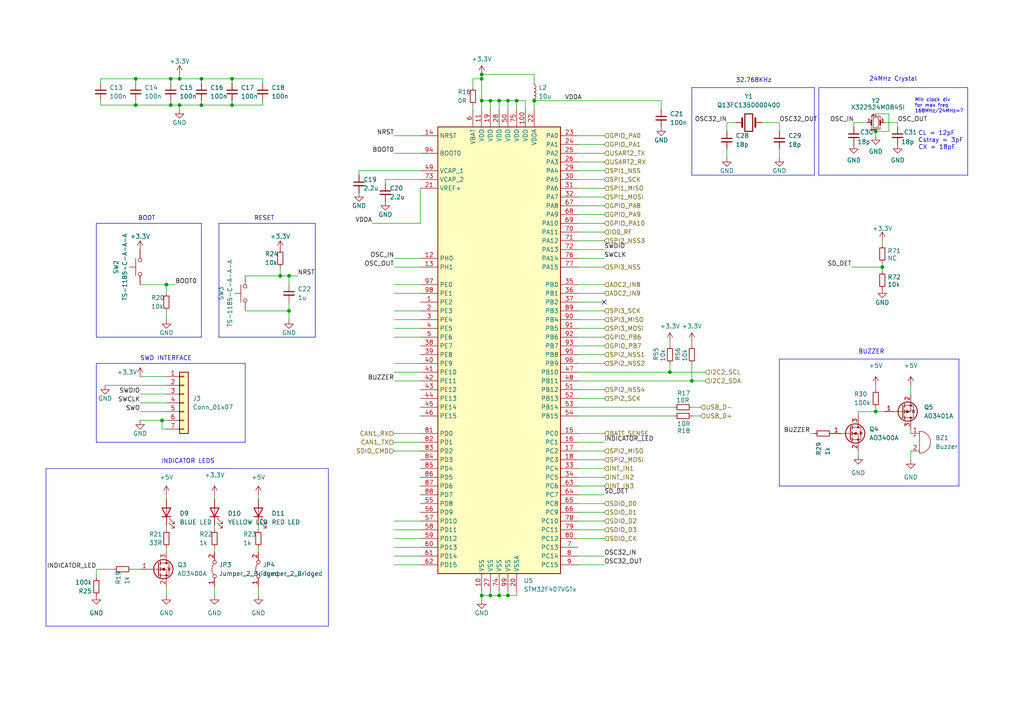
<source format=kicad_sch>
(kicad_sch (version 20230121) (generator eeschema)
  (paper "A4")
  (junction (at 139.7 29.21))
  (junction (at 147.32 172.72))
  (junction (at 254 119.38))
  (junction (at 139.7 172.72))
  (junction (at 194.31 107.95))
  (junction (at 58.42 22.86))
  (junction (at 144.78 29.21))
  (junction (at 49.53 30.48))
  (junction (at 52.07 30.48))
  (junction (at 39.37 22.86))
  (junction (at 81.28 80.01))
  (junction (at 48.26 82.55))
  (junction (at 46.99 121.92))
  (junction (at 142.24 172.72))
  (junction (at 52.07 22.86))
  (junction (at 39.37 30.48))
  (junction (at 144.78 172.72))
  (junction (at 142.24 29.21))
  (junction (at 147.32 29.21))
  (junction (at 58.42 30.48))
  (junction (at 49.53 22.86))
  (junction (at 139.7 21.59))
  (junction (at 254 38.1))
  (junction (at 83.82 80.01))
  (junction (at 149.86 29.21))
  (junction (at 139.7 22.86))
  (junction (at 83.82 90.17))
  (junction (at 255.905 77.47))
  (junction (at 67.31 30.48))
  (junction (at 154.94 29.21))
  (junction (at 67.31 22.86))
  (junction (at 200.66 110.49))
  (no_connect (at 175.26 87.63))
  (wire (pts (xy 191.77 29.21) (xy 191.77 31.75)))
  (wire (pts (xy 175.26 138.43) (xy 167.64 138.43)))
  (polyline (pts (xy 95.25 181.61) (xy 13.335 181.61)))
  (wire (pts (xy 144.78 29.21) (xy 144.78 31.75)))
  (wire (pts (xy 167.64 59.69) (xy 175.26 59.69)))
  (polyline (pts (xy 63.5 64.77) (xy 63.5 97.79)))
  (wire (pts (xy 254 118.11) (xy 254 119.38)))
  (wire (pts (xy 121.92 52.07) (xy 111.76 52.07)))
  (polyline (pts (xy 278.13 104.14) (xy 226.06 104.14)))
  (wire (pts (xy 247.65 35.56) (xy 247.65 36.83)))
  (wire (pts (xy 167.64 120.65) (xy 195.58 120.65)))
  (wire (pts (xy 144.78 29.21) (xy 142.24 29.21)))
  (wire (pts (xy 74.93 170.18) (xy 74.93 172.72)))
  (polyline (pts (xy 237.49 25.4) (xy 280.67 25.4)))
  (wire (pts (xy 147.32 172.72) (xy 147.32 171.45)))
  (polyline (pts (xy 58.42 97.79) (xy 27.94 97.79)))
  (wire (pts (xy 48.26 82.55) (xy 50.8 82.55)))
  (wire (pts (xy 167.64 69.85) (xy 175.26 69.85)))
  (wire (pts (xy 40.64 82.55) (xy 48.26 82.55)))
  (wire (pts (xy 49.53 30.48) (xy 49.53 29.21)))
  (wire (pts (xy 74.93 158.75) (xy 74.93 160.02)))
  (wire (pts (xy 114.3 161.29) (xy 121.92 161.29)))
  (wire (pts (xy 167.64 95.25) (xy 175.26 95.25)))
  (wire (pts (xy 139.7 29.21) (xy 139.7 22.86)))
  (wire (pts (xy 121.92 54.61) (xy 121.92 64.77)))
  (polyline (pts (xy 27.94 105.41) (xy 71.12 105.41)))
  (wire (pts (xy 167.64 113.03) (xy 175.26 113.03)))
  (wire (pts (xy 114.3 151.13) (xy 121.92 151.13)))
  (polyline (pts (xy 13.335 181.61) (xy 13.335 135.89)))
  (wire (pts (xy 167.64 46.99) (xy 175.26 46.99)))
  (wire (pts (xy 40.64 121.92) (xy 46.99 121.92)))
  (wire (pts (xy 200.66 110.49) (xy 204.47 110.49)))
  (wire (pts (xy 167.64 41.91) (xy 175.26 41.91)))
  (polyline (pts (xy 236.22 50.8) (xy 200.66 50.8)))
  (wire (pts (xy 48.26 82.55) (xy 48.26 85.09)))
  (wire (pts (xy 114.3 77.47) (xy 121.92 77.47)))
  (wire (pts (xy 147.32 29.21) (xy 144.78 29.21)))
  (wire (pts (xy 167.64 97.79) (xy 175.26 97.79)))
  (wire (pts (xy 30.48 111.76) (xy 48.26 111.76)))
  (wire (pts (xy 167.64 62.23) (xy 175.26 62.23)))
  (wire (pts (xy 257.81 33.02) (xy 257.81 38.1)))
  (wire (pts (xy 167.64 153.67) (xy 175.26 153.67)))
  (wire (pts (xy 74.93 152.4) (xy 74.93 153.67)))
  (wire (pts (xy 167.64 151.13) (xy 175.26 151.13)))
  (wire (pts (xy 255.905 76.2) (xy 255.905 77.47)))
  (wire (pts (xy 114.3 82.55) (xy 121.92 82.55)))
  (wire (pts (xy 154.94 29.21) (xy 154.94 31.75)))
  (polyline (pts (xy 280.67 50.8) (xy 237.49 50.8)))
  (wire (pts (xy 194.31 105.41) (xy 194.31 107.95)))
  (wire (pts (xy 210.82 35.56) (xy 210.82 38.1)))
  (wire (pts (xy 149.86 29.21) (xy 147.32 29.21)))
  (wire (pts (xy 114.3 44.45) (xy 121.92 44.45)))
  (wire (pts (xy 114.3 97.79) (xy 121.92 97.79)))
  (wire (pts (xy 167.64 92.71) (xy 175.26 92.71)))
  (wire (pts (xy 62.23 152.4) (xy 62.23 153.67)))
  (wire (pts (xy 167.64 105.41) (xy 175.26 105.41)))
  (wire (pts (xy 167.64 67.31) (xy 175.26 67.31)))
  (wire (pts (xy 149.86 172.72) (xy 149.86 171.45)))
  (wire (pts (xy 248.92 130.81) (xy 248.92 132.08)))
  (polyline (pts (xy 71.12 128.27) (xy 27.94 128.27)))
  (wire (pts (xy 139.7 171.45) (xy 139.7 172.72)))
  (wire (pts (xy 194.31 107.95) (xy 204.47 107.95)))
  (wire (pts (xy 256.54 35.56) (xy 260.35 35.56)))
  (wire (pts (xy 264.16 124.46) (xy 264.16 125.73)))
  (wire (pts (xy 40.64 114.3) (xy 48.26 114.3)))
  (wire (pts (xy 167.64 130.81) (xy 175.26 130.81)))
  (wire (pts (xy 264.16 111.76) (xy 264.16 114.3)))
  (wire (pts (xy 200.66 118.11) (xy 203.2 118.11)))
  (wire (pts (xy 81.28 80.01) (xy 81.28 77.47)))
  (wire (pts (xy 48.26 124.46) (xy 46.99 124.46)))
  (wire (pts (xy 114.3 105.41) (xy 121.92 105.41)))
  (wire (pts (xy 71.12 90.17) (xy 83.82 90.17)))
  (polyline (pts (xy 200.66 25.4) (xy 236.22 25.4)))
  (wire (pts (xy 139.7 172.72) (xy 139.7 173.99)))
  (wire (pts (xy 167.64 77.47) (xy 175.26 77.47)))
  (wire (pts (xy 27.94 165.1) (xy 33.02 165.1)))
  (wire (pts (xy 114.3 156.21) (xy 121.92 156.21)))
  (wire (pts (xy 248.92 119.38) (xy 254 119.38)))
  (wire (pts (xy 142.24 29.21) (xy 142.24 31.75)))
  (wire (pts (xy 167.64 85.09) (xy 175.26 85.09)))
  (wire (pts (xy 39.37 29.21) (xy 39.37 30.48)))
  (polyline (pts (xy 27.94 64.77) (xy 58.42 64.77)))
  (wire (pts (xy 255.905 77.47) (xy 255.905 78.74)))
  (wire (pts (xy 254 111.76) (xy 254 113.03)))
  (wire (pts (xy 114.3 74.93) (xy 121.92 74.93)))
  (wire (pts (xy 76.2 22.86) (xy 67.31 22.86)))
  (polyline (pts (xy 226.06 104.14) (xy 226.06 140.97)))
  (wire (pts (xy 104.14 49.53) (xy 121.92 49.53)))
  (polyline (pts (xy 280.67 25.4) (xy 280.67 50.8)))
  (wire (pts (xy 213.36 35.56) (xy 210.82 35.56)))
  (wire (pts (xy 114.3 92.71) (xy 121.92 92.71)))
  (wire (pts (xy 220.98 35.56) (xy 226.06 35.56)))
  (wire (pts (xy 149.86 29.21) (xy 149.86 31.75)))
  (polyline (pts (xy 237.49 25.4) (xy 237.49 50.8)))
  (wire (pts (xy 257.81 38.1) (xy 254 38.1)))
  (wire (pts (xy 200.66 105.41) (xy 200.66 110.49)))
  (wire (pts (xy 167.64 107.95) (xy 194.31 107.95)))
  (wire (pts (xy 71.12 80.01) (xy 81.28 80.01)))
  (polyline (pts (xy 236.22 25.4) (xy 236.22 50.8)))
  (wire (pts (xy 46.99 124.46) (xy 46.99 121.92)))
  (wire (pts (xy 48.26 90.17) (xy 48.26 92.71)))
  (wire (pts (xy 264.16 130.81) (xy 264.16 133.35)))
  (wire (pts (xy 167.64 115.57) (xy 175.26 115.57)))
  (wire (pts (xy 255.905 69.85) (xy 255.905 71.12)))
  (wire (pts (xy 49.53 22.86) (xy 52.07 22.86)))
  (wire (pts (xy 114.3 130.81) (xy 121.92 130.81)))
  (wire (pts (xy 48.26 158.75) (xy 48.26 160.02)))
  (wire (pts (xy 167.64 72.39) (xy 175.26 72.39)))
  (wire (pts (xy 67.31 24.13) (xy 67.31 22.86)))
  (wire (pts (xy 139.7 172.72) (xy 142.24 172.72)))
  (wire (pts (xy 226.06 43.18) (xy 226.06 45.72)))
  (wire (pts (xy 29.21 29.21) (xy 29.21 30.48)))
  (wire (pts (xy 107.95 64.77) (xy 121.92 64.77)))
  (polyline (pts (xy 63.5 64.77) (xy 91.44 64.77)))
  (wire (pts (xy 76.2 30.48) (xy 67.31 30.48)))
  (wire (pts (xy 167.64 57.15) (xy 175.26 57.15)))
  (wire (pts (xy 62.23 158.75) (xy 62.23 160.02)))
  (wire (pts (xy 48.26 152.4) (xy 48.26 153.67)))
  (wire (pts (xy 62.23 143.51) (xy 62.23 144.78)))
  (wire (pts (xy 200.66 99.06) (xy 200.66 100.33)))
  (wire (pts (xy 83.82 80.01) (xy 83.82 82.55)))
  (wire (pts (xy 167.64 52.07) (xy 175.26 52.07)))
  (wire (pts (xy 114.3 95.25) (xy 121.92 95.25)))
  (polyline (pts (xy 58.42 64.77) (xy 58.42 97.79)))
  (wire (pts (xy 167.64 146.05) (xy 175.26 146.05)))
  (wire (pts (xy 167.64 110.49) (xy 200.66 110.49)))
  (wire (pts (xy 152.4 29.21) (xy 149.86 29.21)))
  (wire (pts (xy 210.82 43.18) (xy 210.82 45.72)))
  (polyline (pts (xy 71.12 105.41) (xy 71.12 128.27)))
  (wire (pts (xy 175.26 128.27) (xy 167.64 128.27)))
  (wire (pts (xy 48.26 170.18) (xy 48.26 172.72)))
  (wire (pts (xy 167.64 125.73) (xy 175.26 125.73)))
  (wire (pts (xy 254 33.02) (xy 257.81 33.02)))
  (wire (pts (xy 52.07 21.59) (xy 52.07 22.86)))
  (wire (pts (xy 175.26 135.89) (xy 167.64 135.89)))
  (wire (pts (xy 67.31 22.86) (xy 58.42 22.86)))
  (wire (pts (xy 254 119.38) (xy 256.54 119.38)))
  (wire (pts (xy 144.78 172.72) (xy 147.32 172.72)))
  (wire (pts (xy 74.93 143.51) (xy 74.93 144.78)))
  (wire (pts (xy 167.64 39.37) (xy 175.26 39.37)))
  (wire (pts (xy 111.76 52.07) (xy 111.76 53.34)))
  (wire (pts (xy 167.64 87.63) (xy 175.26 87.63)))
  (wire (pts (xy 83.82 90.17) (xy 83.82 92.71)))
  (wire (pts (xy 114.3 125.73) (xy 121.92 125.73)))
  (wire (pts (xy 254 38.1) (xy 254 39.37)))
  (wire (pts (xy 226.06 35.56) (xy 226.06 38.1)))
  (wire (pts (xy 260.35 35.56) (xy 260.35 36.83)))
  (wire (pts (xy 58.42 22.86) (xy 58.42 24.13)))
  (wire (pts (xy 114.3 85.09) (xy 121.92 85.09)))
  (wire (pts (xy 167.64 140.97) (xy 175.26 140.97)))
  (wire (pts (xy 39.37 22.86) (xy 49.53 22.86)))
  (wire (pts (xy 58.42 30.48) (xy 52.07 30.48)))
  (wire (pts (xy 104.14 49.53) (xy 104.14 50.8)))
  (wire (pts (xy 38.1 165.1) (xy 40.64 165.1)))
  (wire (pts (xy 167.64 49.53) (xy 175.26 49.53)))
  (wire (pts (xy 147.32 172.72) (xy 149.86 172.72)))
  (wire (pts (xy 167.64 161.29) (xy 175.26 161.29)))
  (polyline (pts (xy 91.44 64.77) (xy 91.44 97.79)))
  (wire (pts (xy 114.3 128.27) (xy 121.92 128.27)))
  (wire (pts (xy 167.64 118.11) (xy 195.58 118.11)))
  (wire (pts (xy 137.16 30.48) (xy 137.16 31.75)))
  (wire (pts (xy 154.94 29.21) (xy 191.77 29.21)))
  (polyline (pts (xy 278.13 104.14) (xy 278.13 140.97)))
  (wire (pts (xy 167.64 44.45) (xy 175.26 44.45)))
  (wire (pts (xy 39.37 30.48) (xy 49.53 30.48)))
  (wire (pts (xy 29.21 22.86) (xy 39.37 22.86)))
  (wire (pts (xy 29.21 30.48) (xy 39.37 30.48)))
  (polyline (pts (xy 13.335 135.89) (xy 95.25 135.89)))
  (wire (pts (xy 142.24 172.72) (xy 142.24 171.45)))
  (wire (pts (xy 48.26 143.51) (xy 48.26 144.78)))
  (wire (pts (xy 114.3 39.37) (xy 121.92 39.37)))
  (wire (pts (xy 139.7 29.21) (xy 139.7 31.75)))
  (wire (pts (xy 76.2 24.13) (xy 76.2 22.86)))
  (wire (pts (xy 137.16 22.86) (xy 139.7 22.86)))
  (wire (pts (xy 40.64 119.38) (xy 48.26 119.38)))
  (wire (pts (xy 62.23 170.18) (xy 62.23 172.72)))
  (wire (pts (xy 147.32 29.21) (xy 147.32 31.75)))
  (wire (pts (xy 247.65 35.56) (xy 251.46 35.56)))
  (wire (pts (xy 114.3 90.17) (xy 121.92 90.17)))
  (wire (pts (xy 27.94 167.64) (xy 27.94 165.1)))
  (wire (pts (xy 114.3 158.75) (xy 121.92 158.75)))
  (wire (pts (xy 81.28 80.01) (xy 83.82 80.01)))
  (wire (pts (xy 142.24 29.21) (xy 139.7 29.21)))
  (wire (pts (xy 114.3 163.83) (xy 121.92 163.83)))
  (wire (pts (xy 76.2 29.21) (xy 76.2 30.48)))
  (wire (pts (xy 167.64 148.59) (xy 175.26 148.59)))
  (wire (pts (xy 167.64 90.17) (xy 175.26 90.17)))
  (wire (pts (xy 46.99 121.92) (xy 48.26 121.92)))
  (wire (pts (xy 167.64 82.55) (xy 175.26 82.55)))
  (polyline (pts (xy 27.94 64.77) (xy 27.94 97.79)))
  (wire (pts (xy 83.82 87.63) (xy 83.82 90.17)))
  (wire (pts (xy 49.53 22.86) (xy 49.53 24.13)))
  (wire (pts (xy 167.64 163.83) (xy 175.26 163.83)))
  (polyline (pts (xy 95.25 135.89) (xy 95.25 181.61)))
  (wire (pts (xy 114.3 153.67) (xy 121.92 153.67)))
  (wire (pts (xy 114.3 107.95) (xy 121.92 107.95)))
  (wire (pts (xy 200.66 120.65) (xy 203.2 120.65)))
  (wire (pts (xy 167.64 102.87) (xy 175.26 102.87)))
  (wire (pts (xy 167.64 133.35) (xy 175.26 133.35)))
  (wire (pts (xy 248.92 119.38) (xy 248.92 120.65)))
  (wire (pts (xy 29.21 24.13) (xy 29.21 22.86)))
  (wire (pts (xy 40.64 109.22) (xy 48.26 109.22)))
  (polyline (pts (xy 200.66 50.8) (xy 200.66 25.4)))
  (wire (pts (xy 247.015 77.47) (xy 255.905 77.47)))
  (wire (pts (xy 67.31 30.48) (xy 58.42 30.48)))
  (polyline (pts (xy 91.44 97.79) (xy 63.5 97.79)))
  (polyline (pts (xy 27.94 105.41) (xy 27.94 128.27)))
  (wire (pts (xy 114.3 110.49) (xy 121.92 110.49)))
  (wire (pts (xy 167.64 54.61) (xy 175.26 54.61)))
  (wire (pts (xy 52.07 30.48) (xy 52.07 31.75)))
  (wire (pts (xy 40.64 116.84) (xy 48.26 116.84)))
  (wire (pts (xy 52.07 30.48) (xy 49.53 30.48)))
  (wire (pts (xy 144.78 172.72) (xy 144.78 171.45)))
  (wire (pts (xy 167.64 156.21) (xy 175.26 156.21)))
  (wire (pts (xy 137.16 25.4) (xy 137.16 22.86)))
  (wire (pts (xy 234.95 125.73) (xy 236.22 125.73)))
  (wire (pts (xy 39.37 22.86) (xy 39.37 24.13)))
  (wire (pts (xy 142.24 172.72) (xy 144.78 172.72)))
  (polyline (pts (xy 226.06 140.97) (xy 278.13 140.97)))
  (wire (pts (xy 139.7 22.86) (xy 139.7 21.59)))
  (wire (pts (xy 167.64 143.51) (xy 175.26 143.51)))
  (wire (pts (xy 194.31 99.06) (xy 194.31 100.33)))
  (wire (pts (xy 58.42 29.21) (xy 58.42 30.48)))
  (wire (pts (xy 52.07 22.86) (xy 58.42 22.86)))
  (wire (pts (xy 152.4 31.75) (xy 152.4 29.21)))
  (wire (pts (xy 139.7 21.59) (xy 154.94 21.59)))
  (wire (pts (xy 167.64 64.77) (xy 175.26 64.77)))
  (wire (pts (xy 167.64 100.33) (xy 175.26 100.33)))
  (wire (pts (xy 67.31 29.21) (xy 67.31 30.48)))
  (wire (pts (xy 83.82 80.01) (xy 86.36 80.01)))
  (wire (pts (xy 167.64 74.93) (xy 175.26 74.93)))
  (wire (pts (xy 154.94 21.59) (xy 154.94 24.13)))
  (text "RESET" (at 73.66 64.135 0) (effects (font (size 1.27 1.27)) (justify left bottom)))
  (text "24MHz Crystal" (at 252.095 23.749 0) (effects (font (size 1.27 1.27)) (justify left bottom)))
  (text "32.768KHz" (at 213.36 24.13 0) (effects (font (size 1.27 1.27)) (justify left bottom)))
  (text "INDICATOR LEDS" (at 46.736 134.62 0) (effects (font (size 1.27 1.27)) (justify left bottom)))
  (text "BOOT" (at 40.005 64.135 0) (effects (font (size 1.27 1.27)) (justify left bottom)))
  (text "BUZZER" (at 248.92 102.87 0) (effects (font (size 1.27 1.27)) (justify left bottom)))
  (text "Min clock div\nfor max freq\n168MHz/24MHz=7" (at 265.303 32.893 0) (effects (font (size 1 1)) (justify left bottom)))
  (text "SWD INTERFACE" (at 40.64 104.775 0) (effects (font (size 1.27 1.27)) (justify left bottom)))
  (text "CL = 12pF\nCstray = 3pF\nCX = 18pF" (at 266.319 43.561 0) (effects (font (size 1.27 1.27)) (justify left bottom)))
  (label "SD_DET" (at 247.015 77.47 180))
  (label "SD_DET" (at 175.26 143.51 0))
  (label "OSC_IN" (at 247.65 35.56 180))
  (label "OSC_OUT" (at 260.35 35.56 0))
  (label "OSC_OUT" (at 114.3 77.47 180))
  (label "INDICATOR_LED" (at 27.94 165.1 180))
  (label "SWO" (at 40.64 119.38 180))
  (label "NRST" (at 86.36 80.01 0))
  (label "NRST" (at 114.3 39.37 180))
  (label "INDICATOR_LED" (at 175.26 128.27 0))
  (label "OSC32_IN" (at 175.26 161.29 0))
  (label "VDDA" (at 163.83 29.21 0))
  (label "OSC32_OUT" (at 175.26 163.83 0))
  (label "BUZZER" (at 234.95 125.73 180))
  (label "BUZZER" (at 114.3 110.49 180))
  (label "SWCLK" (at 40.64 116.84 180))
  (label "BOOT0" (at 114.3 44.45 180))
  (label "SWDIO" (at 40.64 114.3 180))
  (label "SWDIO" (at 175.26 72.39 0))
  (label "SWCLK" (at 175.26 74.93 0))
  (label "OSC_IN" (at 114.3 74.93 180))
  (label "OSC32_IN" (at 210.82 35.56 180))
  (label "VDDA" (at 107.95 64.77 180))
  (label "BOOT0" (at 50.8 82.55 0))
  (label "OSC32_OUT" (at 226.06 35.56 0))
  (hierarchical_label "SPI2_NSS2" (shape input) (at 175.26 105.41 0))
  (hierarchical_label "INT_IN2" (shape input) (at 175.26 138.43 0))
  (hierarchical_label "SPI3_MOSI" (shape input) (at 175.26 95.25 0))
  (hierarchical_label "ADC2_IN9" (shape input) (at 175.26 85.09 0))
  (hierarchical_label "USB_D+" (shape input) (at 203.2 120.65 0))
  (hierarchical_label "SDIO_D2" (shape input) (at 175.26 151.13 0))
  (hierarchical_label "SDIO_D1" (shape input) (at 175.26 148.59 0))
  (hierarchical_label "GPIO_PA0" (shape input) (at 175.26 39.37 0))
  (hierarchical_label "GPIO_PB6" (shape input) (at 175.26 97.79 0))
  (hierarchical_label "IO0_RF" (shape input) (at 175.26 67.31 0))
  (hierarchical_label "SDIO_CK" (shape input) (at 175.26 156.21 0))
  (hierarchical_label "BATT_SENSE" (shape input) (at 175.26 125.73 0))
  (hierarchical_label "SPI2_MOSI" (shape input) (at 175.26 133.35 0))
  (hierarchical_label "SPI2_NSS1" (shape input) (at 175.26 102.87 0))
  (hierarchical_label "SPI3_SCK" (shape input) (at 175.26 90.17 0))
  (hierarchical_label "SPI1_MISO" (shape input) (at 175.26 54.61 0))
  (hierarchical_label "SPI1_SCK" (shape input) (at 175.26 52.07 0))
  (hierarchical_label "CAN1_RX" (shape input) (at 114.3 125.73 180))
  (hierarchical_label "SDIO_CMD" (shape input) (at 114.3 130.81 180))
  (hierarchical_label "SPI3_NSS" (shape input) (at 175.26 77.47 0))
  (hierarchical_label "INT_IN3" (shape input) (at 175.26 140.97 0))
  (hierarchical_label "USART2_TX" (shape input) (at 175.26 44.45 0))
  (hierarchical_label "SPI2_NSS3" (shape input) (at 175.26 69.85 0))
  (hierarchical_label "USB_D-" (shape input) (at 203.2 118.11 0))
  (hierarchical_label "GPIO_PA9" (shape input) (at 175.26 62.23 0))
  (hierarchical_label "SPI1_NSS" (shape input) (at 175.26 49.53 0))
  (hierarchical_label "SDIO_D3" (shape input) (at 175.26 153.67 0))
  (hierarchical_label "USART2_RX" (shape input) (at 175.26 46.99 0))
  (hierarchical_label "SDIO_D0" (shape input) (at 175.26 146.05 0))
  (hierarchical_label "SPI2_MISO" (shape input) (at 175.26 130.81 0))
  (hierarchical_label "SPI2_SCK" (shape input) (at 175.26 115.57 0))
  (hierarchical_label "I2C2_SCL" (shape input) (at 204.47 107.95 0))
  (hierarchical_label "ADC2_IN8" (shape input) (at 175.26 82.55 0))
  (hierarchical_label "I2C2_SDA" (shape input) (at 204.47 110.49 0))
  (hierarchical_label "GPIO_PA10" (shape input) (at 175.26 64.77 0))
  (hierarchical_label "SPI3_MISO" (shape input) (at 175.26 92.71 0))
  (hierarchical_label "GPIO_PA1" (shape input) (at 175.26 41.91 0))
  (hierarchical_label "GPIO_PA8" (shape input) (at 175.26 59.69 0))
  (hierarchical_label "INT_IN1" (shape input) (at 175.26 135.89 0))
  (hierarchical_label "SPI1_MOSI" (shape input) (at 175.26 57.15 0))
  (hierarchical_label "SPI2_NSS4" (shape input) (at 175.26 113.03 0))
  (hierarchical_label "GPIO_PB7" (shape input) (at 175.26 100.33 0))
  (hierarchical_label "CAN1_TX" (shape input) (at 114.3 128.27 180))
  (symbol (lib_id "power:+3.3V") (at 40.64 109.22 0) (unit 1)
    (property "Reference" "#PWR0166" (effects hide))
    (property "Value" "+3.3V" (at 36.83 107.95 0))
    (instances (project "Strelka_Power_Board" (path "" (reference "#PWR0166") (unit 1))) (project "Strelka_Flight_Computer" (path "" (reference "#PWR04") (unit 1))))
  )
  (symbol (lib_id "Device:C_Small") (at 226.06 40.64 0) (unit 1)
    (property "Reference" "C29" (at 228.6 39.3762 0) (effects (justify left)))
    (property "Value" "18p" (at 228.6 41.9162 0) (effects (justify left)))
    (property "Footprint" "Capacitor_SMD:C_0402_1005Metric" (effects hide))
    (property "LCSC" "C1549" (effects hide))
    (instances (project "Strelka_Power_Board" (path "" (reference "C29") (unit 1))) (project "Strelka_Flight_Computer" (path "" (reference "C45") (unit 1))))
  )
  (symbol (lib_id "Device:R_Small") (at 255.905 81.28 180) (unit 1)
    (property "Reference" "R72" (at 257.4037 80.3715 0) (effects (justify right)))
    (property "Value" "10k" (at 257.4037 82.5116 0) (effects (justify right)))
    (property "Footprint" "Resistor_SMD:R_0603_1608Metric_Pad0.98x0.95mm_HandSolder" (effects hide))
  )
  (symbol (lib_id "power:GND") (at 30.48 111.76 0) (unit 1)
    (property "Reference" "#PWR0167" (effects hide))
    (property "Value" "GND" (at 30.48 115.57 0))
    (instances (project "Strelka_Power_Board" (path "" (reference "#PWR0167") (unit 1))) (project "Strelka_Flight_Computer" (path "" (reference "#PWR02") (unit 1))))
  )
  (symbol (lib_id "power:GND") (at 139.7 173.99 0) (unit 1)
    (property "Reference" "#PWR0157" (effects hide))
    (property "Value" "GND" (at 139.7 177.8 0))
    (instances (project "Strelka_Power_Board" (path "" (reference "#PWR0157") (unit 1))) (project "Strelka_Flight_Computer" (path "" (reference "#PWR020") (unit 1))))
  )
  (symbol (lib_id "MCU_ST_STM32F4:STM32F407VGTx") (at 144.78 100.33 0) (unit 1)
    (property "Reference" "U5" (at 151.8794 168.402 0) (effects (justify left)))
    (property "Value" "STM32F407VGTx" (at 151.8794 170.942 0) (effects (justify left)))
    (property "Footprint" "Package_QFP:LQFP-100_14x14mm_P0.5mm" (effects hide))
    (property "Datasheet" "http://www.st.com/st-web-ui/static/active/en/resource/technical/document/datasheet/DM00037051.pdf" (effects hide))
    (property "LCSC" "C12345" (effects hide))
    (instances (project "Strelka_Power_Board" (path "" (reference "U5") (unit 1))) (project "Strelka_Flight_Computer" (path "" (reference "U1") (unit 1))))
  )
  (symbol (lib_id "Device:R_Small") (at 27.94 170.18 0) (unit 1)
    (property "Reference" "R25" (at 26.67 171.45 0) (effects (justify right)))
    (property "Value" "100k" (at 26.67 168.91 0) (effects (justify right)))
    (property "Footprint" "Resistor_SMD:R_0402_1005Metric" (effects hide))
    (instances (project "Strelka_Power_Board" (path "" (reference "R25") (unit 1))) (project "Strelka_Flight_Computer" (path "" (reference "R1") (unit 1))))
  )
  (symbol (lib_id "power:+5V") (at 254 111.76 0) (mirror y) (unit 1)
    (property "Reference" "#PWR0150" (effects hide))
    (property "Value" "+5V" (at 254 106.045 0))
    (instances (project "Strelka_Power_Board" (path "" (reference "#PWR0150") (unit 1))) (project "Strelka_Flight_Computer" (path "" (reference "#PWR029") (unit 1))))
  )
  (symbol (lib_id "Device:L_Small") (at 154.94 26.67 0) (unit 1)
    (property "Reference" "L2" (at 156.21 25.3999 0) (effects (justify left)))
    (property "Value" "10u" (at 156.21 27.9399 0) (effects (justify left)))
    (property "Footprint" "Inductor_SMD:L_0805_2012Metric" (effects hide))
    (property "LCSC" "C90312" (effects hide))
    (instances (project "Strelka_Power_Board" (path "" (reference "L2") (unit 1))) (project "Strelka_Flight_Computer" (path "" (reference "L1") (unit 1))))
  )
  (symbol (lib_id "Device:R_Small") (at 254 115.57 180) (unit 1)
    (property "Reference" "R30" (at 247.65 114.3 0) (effects (justify right)))
    (property "Value" "100k" (at 247.65 116.84 0) (effects (justify right)))
    (property "Footprint" "Resistor_SMD:R_0402_1005Metric" (effects hide))
    (instances (project "Strelka_Power_Board" (path "" (reference "R30") (unit 1))) (project "Strelka_Flight_Computer" (path "" (reference "R70") (unit 1))))
  )
  (symbol (lib_id "Device:R_Small") (at 198.12 118.11 90) (unit 1)
    (property "Reference" "R17" (at 196.342 114.046 90) (effects (justify right)))
    (property "Value" "10R" (at 196.088 116.078 90) (effects (justify right)))
    (property "Footprint" "Resistor_SMD:R_0402_1005Metric" (effects hide))
    (instances (project "Strelka_Power_Board" (path "" (reference "R17") (unit 1))) (project "Strelka_Flight_Computer" (path "" (reference "R10") (unit 1))))
  )
  (symbol (lib_id "Device:R_Small") (at 137.16 27.94 180) (unit 1)
    (property "Reference" "R16" (at 132.715 26.67 0) (effects (justify right)))
    (property "Value" "0R" (at 132.715 29.21 0) (effects (justify right)))
    (property "Footprint" "Resistor_SMD:R_0402_1005Metric" (effects hide))
    (instances (project "Strelka_Power_Board" (path "" (reference "R16") (unit 1))) (project "Strelka_Flight_Computer" (path "" (reference "R41") (unit 1))))
  )
  (symbol (lib_id "Device:C_Small") (at 67.31 26.67 0) (unit 1)
    (property "Reference" "C17" (at 69.85 25.4062 0) (effects (justify left)))
    (property "Value" "100n" (at 69.85 27.9462 0) (effects (justify left)))
    (property "Footprint" "Capacitor_SMD:C_0402_1005Metric" (effects hide))
    (instances (project "Strelka_Power_Board" (path "" (reference "C17") (unit 1))) (project "Strelka_Flight_Computer" (path "" (reference "C32") (unit 1))))
  )
  (symbol (lib_id "power:GND") (at 52.07 31.75 0) (unit 1)
    (property "Reference" "#PWR0148" (effects hide))
    (property "Value" "GND" (at 52.07 35.56 0))
    (instances (project "Strelka_Power_Board" (path "" (reference "#PWR0148") (unit 1))) (project "Strelka_Flight_Computer" (path "" (reference "#PWR010") (unit 1))))
  )
  (symbol (lib_id "Device:C_Small") (at 76.2 26.67 0) (unit 1)
    (property "Reference" "C18" (at 78.74 25.4062 0) (effects (justify left)))
    (property "Value" "100n" (at 78.74 27.9462 0) (effects (justify left)))
    (property "Footprint" "Capacitor_SMD:C_0402_1005Metric" (effects hide))
    (instances (project "Strelka_Power_Board" (path "" (reference "C18") (unit 1))) (project "Strelka_Flight_Computer" (path "" (reference "C33") (unit 1))))
  )
  (symbol (lib_id "Device:R_Small") (at 74.93 156.21 180) (unit 1)
    (property "Reference" "R23" (at 70.485 154.94 0) (effects (justify right)))
    (property "Value" "1k" (at 70.485 157.48 0) (effects (justify right)))
    (property "Footprint" "Resistor_SMD:R_0402_1005Metric" (effects hide))
  )
  (symbol (lib_id "power:GND") (at 104.14 55.88 0) (unit 1)
    (property "Reference" "#PWR0155" (effects hide))
    (property "Value" "GND" (at 104.14 59.69 0))
    (instances (project "Strelka_Power_Board" (path "" (reference "#PWR0155") (unit 1))) (project "Strelka_Flight_Computer" (path "" (reference "#PWR017") (unit 1))))
  )
  (symbol (lib_id "power:GND") (at 255.905 83.82 0) (unit 1)
    (property "Reference" "#PWR034" (effects hide))
    (property "Value" "GND" (at 255.905 87.7476 0))
  )
  (symbol (lib_id "Device:Crystal") (at 217.17 35.56 0) (unit 1)
    (property "Reference" "Y1" (at 217.17 27.94 0))
    (property "Value" "Q13FC1350000400" (at 217.17 30.48 0))
    (property "Footprint" "Crystal:Crystal_SMD_3215-2Pin_3.2x1.5mm" (effects hide))
    (property "Datasheet" "https://datasheet.lcsc.com/lcsc/1810171817_Seiko-Epson-Q13FC1350000400_C32346.pdf" (effects hide))
    (property "LCSC" "C32346" (effects hide))
    (instances (project "Strelka_Power_Board" (path "" (reference "Y1") (unit 1))) (project "Strelka_Flight_Computer" (path "" (reference "Y3") (unit 1))))
  )
  (symbol (lib_id "Device:C_Small") (at 104.14 53.34 0) (unit 1)
    (property "Reference" "C19" (at 105.41 52.07 0) (effects (justify left)))
    (property "Value" "2.2u" (at 105.41 54.61 0) (effects (justify left)))
    (property "Footprint" "Capacitor_SMD:C_0402_1005Metric" (effects hide))
    (instances (project "Strelka_Power_Board" (path "" (reference "C19") (unit 1))) (project "Strelka_Flight_Computer" (path "" (reference "C35") (unit 1))))
  )
  (symbol (lib_id "Device:C_Small") (at 83.82 85.09 0) (unit 1)
    (property "Reference" "C22" (at 86.36 83.8262 0) (effects (justify left)))
    (property "Value" "1u" (at 86.36 86.3662 0) (effects (justify left)))
    (property "Footprint" "Capacitor_SMD:C_0402_1005Metric" (effects hide))
    (instances (project "Strelka_Power_Board" (path "" (reference "C22") (unit 1))) (project "Strelka_Flight_Computer" (path "" (reference "C34") (unit 1))))
  )
  (symbol (lib_id "Device:C_Small") (at 247.65 39.37 0) (unit 1)
    (property "Reference" "C30" (at 249.428 38.354 0) (effects (justify left)))
    (property "Value" "18p" (at 248.666 41.148 0) (effects (justify left)))
    (property "Footprint" "Capacitor_SMD:C_0402_1005Metric" (effects hide))
    (property "LCSC" "C1549" (effects hide))
    (instances (project "Strelka_Power_Board" (path "" (reference "C30") (unit 1))) (project "Strelka_Flight_Computer" (path "" (reference "C58") (unit 1))))
  )
  (symbol (lib_id "Device:C_Small") (at 49.53 26.67 0) (unit 1)
    (property "Reference" "C15" (at 52.07 25.4062 0) (effects (justify left)))
    (property "Value" "100n" (at 52.07 27.9462 0) (effects (justify left)))
    (property "Footprint" "Capacitor_SMD:C_0402_1005Metric" (effects hide))
    (instances (project "Strelka_Power_Board" (path "" (reference "C15") (unit 1))) (project "Strelka_Flight_Computer" (path "" (reference "C24") (unit 1))))
  )
  (symbol (lib_id "Switch:SW_Push") (at 71.12 85.09 90) (unit 1)
    (property "Reference" "SW3" (at 64.135 85.09 0))
    (property "Value" "TS-1185-C-A-A-A" (at 66.675 85.09 0))
    (property "Footprint" "Button_Switch_SMD:SW_Push_SPST_NO_Alps_SKRK" (effects hide))
    (property "LCSC" "C561518" (effects hide))
    (instances (project "Strelka_Power_Board" (path "" (reference "SW3") (unit 1))) (project "Strelka_Flight_Computer" (path "" (reference "SW5") (unit 1))))
  )
  (symbol (lib_id "power:GND") (at 48.26 172.72 0) (unit 1)
    (property "Reference" "#PWR0162" (effects hide))
    (property "Value" "GND" (at 48.26 177.8 0))
    (instances (project "Strelka_Power_Board" (path "" (reference "#PWR0162") (unit 1))) (project "Strelka_Flight_Computer" (path "" (reference "#PWR08") (unit 1))))
  )
  (symbol (lib_id "Transistor_FET:AO3400A") (at 45.72 165.1 0) (unit 1)
    (property "Reference" "Q3" (at 51.435 163.8299 0) (effects (justify left)))
    (property "Value" "AO3400A" (at 51.435 166.3699 0) (effects (justify left)))
    (property "Footprint" "Package_TO_SOT_SMD:SOT-23" (effects hide))
    (property "Datasheet" "http://www.aosmd.com/pdfs/datasheet/AO3400A.pdf" (effects hide))
    (property "LCSC" "C20917" (effects hide))
    (instances (project "Strelka_Power_Board" (path "" (reference "Q3") (unit 1))) (project "Strelka_Flight_Computer" (path "" (reference "Q7") (unit 1))))
  )
  (symbol (lib_id "Device:Buzzer") (at 266.7 128.27 0) (unit 1)
    (property "Reference" "BZ1" (at 271.272 126.9999 0) (effects (justify left)))
    (property "Value" "Buzzer" (at 271.272 129.5399 0) (effects (justify left)))
    (property "Footprint" "Footprints:HNB09A05" (effects hide))
    (property "Datasheet" "https://datasheet.lcsc.com/lcsc/1811141138_Jiangsu-Huaneng-Elec-HNB09A05_C96493.pdf" (effects hide))
    (property "LCSC" "C96493" (effects hide))
  )
  (symbol (lib_id "power:GND") (at 264.16 133.35 0) (unit 1)
    (property "Reference" "#PWR0153" (effects hide))
    (property "Value" "GND" (at 264.16 138.43 0))
    (instances (project "Strelka_Power_Board" (path "" (reference "#PWR0153") (unit 1))) (project "Strelka_Flight_Computer" (path "" (reference "#PWR032") (unit 1))))
  )
  (symbol (lib_id "Device:R_Small") (at 198.12 120.65 90) (unit 1)
    (property "Reference" "R18" (at 196.342 124.968 90) (effects (justify right)))
    (property "Value" "10R" (at 196.342 122.936 90) (effects (justify right)))
    (property "Footprint" "Resistor_SMD:R_0402_1005Metric" (effects hide))
    (instances (project "Strelka_Power_Board" (path "" (reference "R18") (unit 1))) (project "Strelka_Flight_Computer" (path "" (reference "R11") (unit 1))))
  )
  (symbol (lib_id "power:+5V") (at 48.26 143.51 0) (unit 1)
    (property "Reference" "#PWR0163" (effects hide))
    (property "Value" "+5V" (at 48.26 138.43 0))
    (instances (project "Strelka_Power_Board" (path "" (reference "#PWR0163") (unit 1))) (project "Strelka_Flight_Computer" (path "" (reference "#PWR07") (unit 1))))
  )
  (symbol (lib_id "Switch:SW_Push") (at 40.64 77.47 90) (unit 1)
    (property "Reference" "SW2" (at 33.655 77.47 0))
    (property "Value" "TS-1185-C-A-A-A" (at 36.195 77.47 0))
    (property "Footprint" "Button_Switch_SMD:SW_Push_SPST_NO_Alps_SKRK" (effects hide))
    (property "LCSC" "C561518" (effects hide))
    (instances (project "Strelka_Power_Board" (path "" (reference "SW2") (unit 1))) (project "Strelka_Flight_Computer" (path "" (reference "SW4") (unit 1))))
  )
  (symbol (lib_id "power:+3.3V") (at 194.31 99.06 0) (unit 1)
    (property "Reference" "#PWR0208" (effects hide))
    (property "Value" "+3.3V" (at 194.31 94.615 0))
    (instances (project "Strelka_Power_Board" (path "" (reference "#PWR0208") (unit 1))) (project "Strelka_Flight_Computer" (path "" (reference "#PWR022") (unit 1))))
  )
  (symbol (lib_id "Device:R_Small") (at 238.76 125.73 270) (unit 1)
    (property "Reference" "R29" (at 237.49 132.08 0) (effects (justify right)))
    (property "Value" "1k" (at 240.03 132.08 0) (effects (justify right)))
    (property "Footprint" "Resistor_SMD:R_0402_1005Metric" (effects hide))
    (instances (project "Strelka_Power_Board" (path "" (reference "R29") (unit 1))) (project "Strelka_Flight_Computer" (path "" (reference "R46") (unit 1))))
  )
  (symbol (lib_id "Device:R_Small") (at 194.31 102.87 180) (unit 1)
    (property "Reference" "R55" (at 190.246 104.648 90) (effects (justify right)))
    (property "Value" "10k" (at 192.278 104.902 90) (effects (justify right)))
    (property "Footprint" "Resistor_SMD:R_0402_1005Metric" (effects hide))
    (instances (project "Strelka_Power_Board" (path "" (reference "R55") (unit 1))) (project "Strelka_Flight_Computer" (path "" (reference "R44") (unit 1))))
  )
  (symbol (lib_id "Device:LED") (at 62.23 148.59 90) (unit 1)
    (property "Reference" "D10" (at 66.04 148.9074 90) (effects (justify right)))
    (property "Value" "YELLOW LED" (at 66.04 151.4474 90) (effects (justify right)))
    (property "Footprint" "LED_SMD:LED_0603_1608Metric" (effects hide))
    (property "Datasheet" "https://datasheet.lcsc.com/lcsc/1806151129_Hubei-KENTO-Elec-17-21SUYC-TR8_C2296.pdf" (effects hide))
    (property "LCSC" "C72038" (effects hide))
    (instances (project "Strelka_Power_Board" (path "" (reference "D10") (unit 1))) (project "Strelka_Flight_Computer" (path "" (reference "D8") (unit 1))))
  )
  (symbol (lib_id "power:+3.3V") (at 40.64 72.39 0) (unit 1)
    (property "Reference" "#PWR0169" (effects hide))
    (property "Value" "+3.3V" (at 40.64 68.58 0))
    (instances (project "Strelka_Power_Board" (path "" (reference "#PWR0169") (unit 1))) (project "Strelka_Flight_Computer" (path "" (reference "#PWR03") (unit 1))))
  )
  (symbol (lib_id "power:GND") (at 210.82 45.72 0) (unit 1)
    (property "Reference" "#PWR0142" (effects hide))
    (property "Value" "GND" (at 210.82 49.53 0))
    (instances (project "Strelka_Power_Board" (path "" (reference "#PWR0142") (unit 1))) (project "Strelka_Flight_Computer" (path "" (reference "#PWR024") (unit 1))))
  )
  (symbol (lib_id "power:+3.3V") (at 62.23 143.51 0) (unit 1)
    (property "Reference" "#PWR0164" (effects hide))
    (property "Value" "+3.3V" (at 62.23 137.795 0))
    (instances (project "Strelka_Power_Board" (path "" (reference "#PWR0164") (unit 1))) (project "Strelka_Flight_Computer" (path "" (reference "#PWR011") (unit 1))))
  )
  (symbol (lib_id "power:GND") (at 83.82 92.71 0) (unit 1)
    (property "Reference" "#PWR0171" (effects hide))
    (property "Value" "GND" (at 83.82 96.52 0))
    (instances (project "Strelka_Power_Board" (path "" (reference "#PWR0171") (unit 1))) (project "Strelka_Flight_Computer" (path "" (reference "#PWR016") (unit 1))))
  )
  (symbol (lib_id "power:+5V") (at 264.16 111.76 0) (mirror y) (unit 1)
    (property "Reference" "#PWR0151" (effects hide))
    (property "Value" "+5V" (at 264.16 106.045 0))
    (instances (project "Strelka_Power_Board" (path "" (reference "#PWR0151") (unit 1))) (project "Strelka_Flight_Computer" (path "" (reference "#PWR031") (unit 1))))
  )
  (symbol (lib_id "Jumper:Jumper_2_Bridged") (at 62.23 165.1 90) (unit 1) (in_bom no)
    (property "Reference" "JP3" (at 63.5 163.8299 90) (effects (justify right)))
    (property "Value" "Jumper_2_Bridged" (at 63.5 166.3699 90) (effects (justify right)))
    (property "Footprint" "Jumper:SolderJumper-2_P1.3mm_Bridged_Pad1.0x1.5mm" (effects hide))
    (instances (project "Strelka_Power_Board" (path "" (reference "JP3") (unit 1))) (project "Strelka_Flight_Computer" (path "" (reference "JP1") (unit 1))))
  )
  (symbol (lib_id "power:+3.3V") (at 255.905 69.85 0) (unit 1)
    (property "Reference" "#PWR033" (effects hide))
    (property "Value" "+3.3V" (at 255.905 66.2742 0))
  )
  (symbol (lib_id "Device:R_Small") (at 35.56 165.1 270) (unit 1)
    (property "Reference" "R19" (at 34.29 169.545 0) (effects (justify right)))
    (property "Value" "1k" (at 36.83 169.545 0) (effects (justify right)))
    (property "Footprint" "Resistor_SMD:R_0402_1005Metric" (effects hide))
    (instances (project "Strelka_Power_Board" (path "" (reference "R19") (unit 1))) (project "Strelka_Flight_Computer" (path "" (reference "R2") (unit 1))))
  )
  (symbol (lib_id "Device:C_Small") (at 29.21 26.67 0) (unit 1)
    (property "Reference" "C13" (at 31.75 25.4062 0) (effects (justify left)))
    (property "Value" "100n" (at 31.75 27.9462 0) (effects (justify left)))
    (property "Footprint" "Capacitor_SMD:C_0402_1005Metric" (effects hide))
    (instances (project "Strelka_Power_Board" (path "" (reference "C13") (unit 1))) (project "Strelka_Flight_Computer" (path "" (reference "C5") (unit 1))))
  )
  (symbol (lib_id "Device:C_Small") (at 39.37 26.67 0) (unit 1)
    (property "Reference" "C14" (at 41.91 25.4062 0) (effects (justify left)))
    (property "Value" "100n" (at 41.91 27.9462 0) (effects (justify left)))
    (property "Footprint" "Capacitor_SMD:C_0402_1005Metric" (effects hide))
    (instances (project "Strelka_Power_Board" (path "" (reference "C14") (unit 1))) (project "Strelka_Flight_Computer" (path "" (reference "C23") (unit 1))))
  )
  (symbol (lib_id "power:+3.3V") (at 81.28 72.39 0) (unit 1)
    (property "Reference" "#PWR0170" (effects hide))
    (property "Value" "+3.3V" (at 81.28 68.58 0))
    (instances (project "Strelka_Power_Board" (path "" (reference "#PWR0170") (unit 1))) (project "Strelka_Flight_Computer" (path "" (reference "#PWR015") (unit 1))))
  )
  (symbol (lib_id "power:GND") (at 48.26 92.71 0) (unit 1)
    (property "Reference" "#PWR0168" (effects hide))
    (property "Value" "GND" (at 48.26 96.52 0))
    (instances (project "Strelka_Power_Board" (path "" (reference "#PWR0168") (unit 1))) (project "Strelka_Flight_Computer" (path "" (reference "#PWR06") (unit 1))))
  )
  (symbol (lib_id "Connector_Generic:Conn_01x07") (at 53.34 116.84 0) (unit 1)
    (property "Reference" "J3" (at 55.88 115.5699 0) (effects (justify left)))
    (property "Value" "Conn_01x07" (at 55.88 118.1099 0) (effects (justify left)))
    (property "Footprint" "Footprints:SM05B-GHS-TBLFSN" (effects hide))
    (property "LCSC" "C189896" (effects hide))
    (instances (project "Strelka_Power_Board" (path "" (reference "J3") (unit 1))) (project "Strelka_Flight_Computer" (path "" (reference "J5") (unit 1))))
  )
  (symbol (lib_id "Device:C_Small") (at 210.82 40.64 0) (unit 1)
    (property "Reference" "C28" (at 213.36 39.3762 0) (effects (justify left)))
    (property "Value" "18p" (at 213.36 41.9162 0) (effects (justify left)))
    (property "Footprint" "Capacitor_SMD:C_0402_1005Metric" (effects hide))
    (property "LCSC" "C1549" (effects hide))
    (instances (project "Strelka_Power_Board" (path "" (reference "C28") (unit 1))) (project "Strelka_Flight_Computer" (path "" (reference "C44") (unit 1))))
  )
  (symbol (lib_id "power:GND") (at 62.23 172.72 0) (unit 1)
    (property "Reference" "#PWR0161" (effects hide))
    (property "Value" "GND" (at 62.23 177.8 0))
    (instances (project "Strelka_Power_Board" (path "" (reference "#PWR0161") (unit 1))) (project "Strelka_Flight_Computer" (path "" (reference "#PWR012") (unit 1))))
  )
  (symbol (lib_id "Transistor_FET:AO3400A") (at 246.38 125.73 0) (unit 1)
    (property "Reference" "Q4" (at 252.095 124.4599 0) (effects (justify left)))
    (property "Value" "AO3400A" (at 252.095 126.9999 0) (effects (justify left)))
    (property "Footprint" "Package_TO_SOT_SMD:SOT-23" (effects hide))
    (property "Datasheet" "http://www.aosmd.com/pdfs/datasheet/AO3400A.pdf" (effects hide))
    (property "LCSC" "C20917" (effects hide))
    (instances (project "Strelka_Power_Board" (path "" (reference "Q4") (unit 1))) (project "Strelka_Flight_Computer" (path "" (reference "Q12") (unit 1))))
  )
  (symbol (lib_id "power:+5V") (at 74.93 143.51 0) (unit 1)
    (property "Reference" "#PWR0165" (effects hide))
    (property "Value" "+5V" (at 74.93 138.43 0))
    (instances (project "Strelka_Power_Board" (path "" (reference "#PWR0165") (unit 1))) (project "Strelka_Flight_Computer" (path "" (reference "#PWR013") (unit 1))))
  )
  (symbol (lib_id "power:+3.3V") (at 52.07 21.59 0) (unit 1)
    (property "Reference" "#PWR0217" (effects hide))
    (property "Value" "+3.3V" (at 52.07 17.78 0))
    (instances (project "Strelka_Power_Board" (path "" (reference "#PWR0217") (unit 1))) (project "Strelka_Flight_Computer" (path "" (reference "#PWR09") (unit 1))))
  )
  (symbol (lib_id "Device:C_Small") (at 260.35 39.37 0) (unit 1)
    (property "Reference" "C31" (at 262.128 38.354 0) (effects (justify left)))
    (property "Value" "18p" (at 261.366 41.148 0) (effects (justify left)))
    (property "Footprint" "Capacitor_SMD:C_0402_1005Metric" (effects hide))
    (property "LCSC" "C1549" (effects hide))
    (instances (project "Strelka_Power_Board" (path "" (reference "C31") (unit 1))) (project "Strelka_Flight_Computer" (path "" (reference "C59") (unit 1))))
  )
  (symbol (lib_id "Device:R_Small") (at 200.66 102.87 180) (unit 1)
    (property "Reference" "R56" (at 196.596 104.648 90) (effects (justify right)))
    (property "Value" "10k" (at 198.628 104.902 90) (effects (justify right)))
    (property "Footprint" "Resistor_SMD:R_0402_1005Metric" (effects hide))
    (instances (project "Strelka_Power_Board" (path "" (reference "R56") (unit 1))) (project "Strelka_Flight_Computer" (path "" (reference "R45") (unit 1))))
  )
  (symbol (lib_id "Device:R_Small") (at 48.26 156.21 180) (unit 1)
    (property "Reference" "R21" (at 43.18 154.94 0) (effects (justify right)))
    (property "Value" "33R" (at 43.18 157.48 0) (effects (justify right)))
    (property "Footprint" "Resistor_SMD:R_0402_1005Metric" (effects hide))
    (property "LCSC" "C23140" (effects hide))
    (instances (project "Strelka_Power_Board" (path "" (reference "R21") (unit 1))) (project "Strelka_Flight_Computer" (path "" (reference "R5") (unit 1))))
  )
  (symbol (lib_id "power:GND") (at 226.06 45.72 0) (unit 1)
    (property "Reference" "#PWR0143" (effects hide))
    (property "Value" "GND" (at 226.06 49.53 0))
    (instances (project "Strelka_Power_Board" (path "" (reference "#PWR0143") (unit 1))) (project "Strelka_Flight_Computer" (path "" (reference "#PWR025") (unit 1))))
  )
  (symbol (lib_id "power:GND") (at 254 39.37 0) (unit 1)
    (property "Reference" "#PWR0211" (effects hide))
    (property "Value" "GND" (at 254 43.9326 0))
    (instances (project "Strelka_Power_Board" (path "" (reference "#PWR0211") (unit 1))) (project "Strelka_Flight_Computer" (path "" (reference "#PWR028") (unit 1))))
  )
  (symbol (lib_id "Device:Crystal_GND24_Small") (at 254 35.56 0) (unit 1)
    (property "Reference" "Y2" (at 254 29.21 0))
    (property "Value" "X322524MOB4SI" (at 254.635 31.115 0))
    (property "Footprint" "Crystal:Crystal_SMD_3225-4Pin_3.2x2.5mm" (effects hide))
    (property "Datasheet" "https://datasheet.lcsc.com/lcsc/2103291204_Yangxing-Tech-X322524MOB4SI_C70590.pdf" (effects hide))
    (property "LCSC" "C70590" (effects hide))
    (instances (project "Strelka_Power_Board" (path "" (reference "Y2") (unit 1))) (project "Strelka_Flight_Computer" (path "" (reference "Y4") (unit 1))))
  )
  (symbol (lib_id "power:GND") (at 27.94 172.72 0) (unit 1)
    (property "Reference" "#PWR0140" (effects hide))
    (property "Value" "GND" (at 27.94 177.8 0))
    (instances (project "Strelka_Power_Board" (path "" (reference "#PWR0140") (unit 1))) (project "Strelka_Flight_Computer" (path "" (reference "#PWR01") (unit 1))))
  )
  (symbol (lib_id "Device:R_Small") (at 62.23 156.21 180) (unit 1)
    (property "Reference" "R22" (at 57.785 154.94 0) (effects (justify right)))
    (property "Value" "1k" (at 57.785 157.48 0) (effects (justify right)))
    (property "Footprint" "Resistor_SMD:R_0402_1005Metric" (effects hide))
    (instances (project "Strelka_Power_Board" (path "" (reference "R22") (unit 1))) (project "Strelka_Flight_Computer" (path "" (reference "R6") (unit 1))))
  )
  (symbol (lib_id "power:GND") (at 191.77 36.83 0) (unit 1)
    (property "Reference" "#PWR0158" (effects hide))
    (property "Value" "GND" (at 191.77 40.64 0))
    (instances (project "Strelka_Power_Board" (path "" (reference "#PWR0158") (unit 1))) (project "Strelka_Flight_Computer" (path "" (reference "#PWR021") (unit 1))))
  )
  (symbol (lib_id "Device:R_Small") (at 255.905 73.66 180) (unit 1)
    (property "Reference" "R71" (at 257.4037 72.7515 0) (effects (justify right)))
    (property "Value" "NC" (at 257.4037 74.8916 0) (effects (justify right)))
    (property "Footprint" "Resistor_SMD:R_0603_1608Metric_Pad0.98x0.95mm_HandSolder" (effects hide))
  )
  (symbol (lib_id "Transistor_FET:AO3401A") (at 261.62 119.38 0) (mirror x) (unit 1)
    (property "Reference" "Q5" (at 267.97 118.1099 0) (effects (justify left)))
    (property "Value" "AO3401A" (at 267.97 120.6499 0) (effects (justify left)))
    (property "Footprint" "Package_TO_SOT_SMD:SOT-23" (effects hide))
    (property "Datasheet" "https://datasheet.lcsc.com/lcsc/1912111437_BORN-AO3401A_C306862.pdf" (effects hide))
    (property "LCSC" "C15127" (effects hide))
    (instances (project "Strelka_Power_Board" (path "" (reference "Q5") (unit 1))) (project "Strelka_Flight_Computer" (path "" (reference "Q13") (unit 1))))
  )
  (symbol (lib_id "power:GND") (at 40.64 121.92 0) (unit 1)
    (property "Reference" "#PWR0226" (effects hide))
    (property "Value" "GND" (at 40.64 125.73 0))
    (instances (project "Strelka_Power_Board" (path "" (reference "#PWR0226") (unit 1))) (project "Strelka_Flight_Computer" (path "" (reference "#PWR05") (unit 1))))
  )
  (symbol (lib_id "Device:C_Small") (at 111.76 55.88 0) (unit 1)
    (property "Reference" "C20" (at 113.03 54.61 0) (effects (justify left)))
    (property "Value" "2.2u" (at 113.03 57.15 0) (effects (justify left)))
    (property "Footprint" "Capacitor_SMD:C_0402_1005Metric" (effects hide))
    (instances (project "Strelka_Power_Board" (path "" (reference "C20") (unit 1))) (project "Strelka_Flight_Computer" (path "" (reference "C42") (unit 1))))
  )
  (symbol (lib_id "power:GND") (at 260.35 41.91 0) (unit 1)
    (property "Reference" "#PWR0209" (effects hide))
    (property "Value" "GND" (at 260.35 46.4726 0))
    (instances (project "Strelka_Power_Board" (path "" (reference "#PWR0209") (unit 1))) (project "Strelka_Flight_Computer" (path "" (reference "#PWR030") (unit 1))))
  )
  (symbol (lib_id "Device:R_Small") (at 81.28 74.93 180) (unit 1)
    (property "Reference" "R24" (at 76.835 73.66 0) (effects (justify right)))
    (property "Value" "10k" (at 76.835 76.2 0) (effects (justify right)))
    (property "Footprint" "Resistor_SMD:R_0402_1005Metric" (effects hide))
    (instances (project "Strelka_Power_Board" (path "" (reference "R24") (unit 1))) (project "Strelka_Flight_Computer" (path "" (reference "R26") (unit 1))))
  )
  (symbol (lib_id "power:GND") (at 248.92 132.08 0) (unit 1)
    (property "Reference" "#PWR0152" (effects hide))
    (property "Value" "GND" (at 248.92 137.16 0))
    (instances (project "Strelka_Power_Board" (path "" (reference "#PWR0152") (unit 1))) (project "Strelka_Flight_Computer" (path "" (reference "#PWR027") (unit 1))))
  )
  (symbol (lib_id "Device:LED") (at 48.26 148.59 90) (unit 1)
    (property "Reference" "D9" (at 52.07 148.9074 90) (effects (justify right)))
    (property "Value" "BLUE LED" (at 52.07 151.4474 90) (effects (justify right)))
    (property "Footprint" "LED_SMD:LED_0603_1608Metric" (effects hide))
    (property "LCSC" "C72041" (effects hide))
    (instances (project "Strelka_Power_Board" (path "" (reference "D9") (unit 1))) (project "Strelka_Flight_Computer" (path "" (reference "D7") (unit 1))))
  )
  (symbol (lib_id "power:GND") (at 74.93 172.72 0) (unit 1)
    (property "Reference" "#PWR0160" (effects hide))
    (property "Value" "GND" (at 74.93 177.8 0))
    (instances (project "Strelka_Power_Board" (path "" (reference "#PWR0160") (unit 1))) (project "Strelka_Flight_Computer" (path "" (reference "#PWR014") (unit 1))))
  )
  (symbol (lib_id "Device:LED") (at 74.93 148.59 90) (unit 1)
    (property "Reference" "D11" (at 78.74 148.9074 90) (effects (justify right)))
    (property "Value" "RED LED" (at 78.74 151.4474 90) (effects (justify right)))
    (property "Footprint" "LED_SMD:LED_0603_1608Metric" (effects hide))
    (property "Datasheet" "https://datasheet.lcsc.com/lcsc/1810231112_Hubei-KENTO-Elec-KT-0603R_C2286.pdf" (effects hide))
    (property "LCSC" "C2286" (effects hide))
    (instances (project "Strelka_Power_Board" (path "" (reference "D11") (unit 1))) (project "Strelka_Flight_Computer" (path "" (reference "D15") (unit 1))))
  )
  (symbol (lib_id "power:+3.3V") (at 200.66 99.06 0) (unit 1)
    (property "Reference" "#PWR0207" (effects hide))
    (property "Value" "+3.3V" (at 200.66 94.615 0))
    (instances (project "Strelka_Power_Board" (path "" (reference "#PWR0207") (unit 1))) (project "Strelka_Flight_Computer" (path "" (reference "#PWR023") (unit 1))))
  )
  (symbol (lib_id "Device:C_Small") (at 58.42 26.67 0) (unit 1)
    (property "Reference" "C16" (at 60.96 25.4062 0) (effects (justify left)))
    (property "Value" "100n" (at 60.96 27.9462 0) (effects (justify left)))
    (property "Footprint" "Capacitor_SMD:C_0402_1005Metric" (effects hide))
    (instances (project "Strelka_Power_Board" (path "" (reference "C16") (unit 1))) (project "Strelka_Flight_Computer" (path "" (reference "C25") (unit 1))))
  )
  (symbol (lib_id "Jumper:Jumper_2_Bridged") (at 74.93 165.1 90) (unit 1) (in_bom no)
    (property "Reference" "JP4" (at 76.2 163.8299 90) (effects (justify right)))
    (property "Value" "Jumper_2_Bridged" (at 76.2 166.3699 90) (effects (justify right)))
    (property "Footprint" "Jumper:SolderJumper-2_P1.3mm_Bridged_Pad1.0x1.5mm" (effects hide))
    (instances (project "Strelka_Power_Board" (path "" (reference "JP4") (unit 1))) (project "Strelka_Flight_Computer" (path "" (reference "JP3") (unit 1))))
  )
  (symbol (lib_id "power:GND") (at 111.76 58.42 0) (unit 1)
    (property "Reference" "#PWR0154" (effects hide))
    (property "Value" "GND" (at 111.76 62.23 0))
    (instances (project "Strelka_Power_Board" (path "" (reference "#PWR0154") (unit 1))) (project "Strelka_Flight_Computer" (path "" (reference "#PWR018") (unit 1))))
  )
  (symbol (lib_id "power:+3.3V") (at 139.7 21.59 0) (unit 1)
    (property "Reference" "#PWR0156" (effects hide))
    (property "Value" "+3.3V" (at 139.7 17.145 0))
    (instances (project "Strelka_Power_Board" (path "" (reference "#PWR0156") (unit 1))) (project "Strelka_Flight_Computer" (path "" (reference "#PWR019") (unit 1))))
  )
  (symbol (lib_id "Device:R_Small") (at 48.26 87.63 180) (unit 1)
    (property "Reference" "R20" (at 43.815 86.36 0) (effects (justify right)))
    (property "Value" "10k" (at 43.815 88.9 0) (effects (justify right)))
    (property "Footprint" "Resistor_SMD:R_0402_1005Metric" (effects hide))
    (instances (project "Strelka_Power_Board" (path "" (reference "R20") (unit 1))) (project "Strelka_Flight_Computer" (path "" (reference "R4") (unit 1))))
  )
  (symbol (lib_id "power:GND") (at 247.65 41.91 0) (unit 1)
    (property "Reference" "#PWR0210" (effects hide))
    (property "Value" "GND" (at 247.65 46.4726 0))
    (instances (project "Strelka_Power_Board" (path "" (reference "#PWR0210") (unit 1))) (project "Strelka_Flight_Computer" (path "" (reference "#PWR026") (unit 1))))
  )
  (symbol (lib_id "Device:C_Small") (at 191.77 34.29 0) (unit 1)
    (property "Reference" "C21" (at 194.31 33.0262 0) (effects (justify left)))
    (property "Value" "100n" (at 194.31 35.5662 0) (effects (justify left)))
    (property "Footprint" "Capacitor_SMD:C_0402_1005Metric" (effects hide))
    (instances (project "Strelka_Power_Board" (path "" (reference "C21") (unit 1))) (project "Strelka_Flight_Computer" (path "" (reference "C43") (unit 1))))
  )
)
</source>
